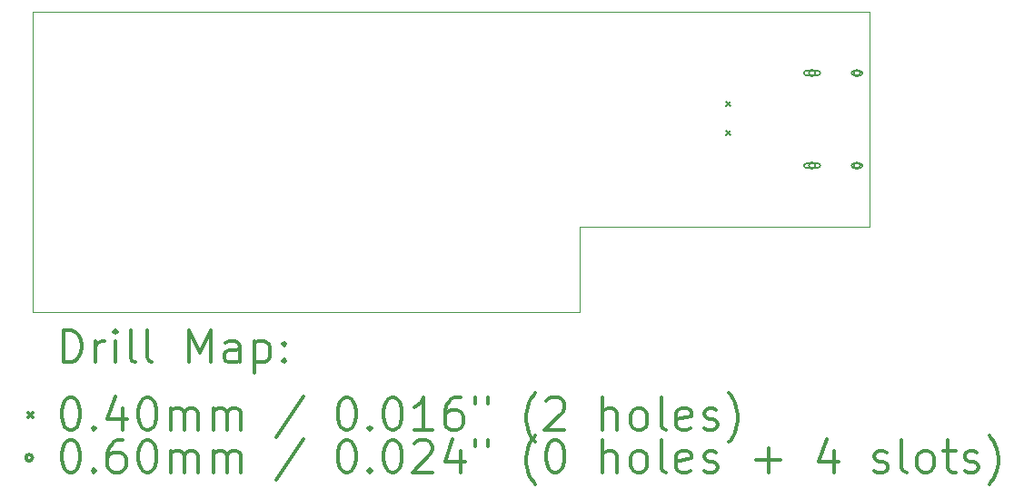
<source format=gbr>
%FSLAX45Y45*%
G04 Gerber Fmt 4.5, Leading zero omitted, Abs format (unit mm)*
G04 Created by KiCad (PCBNEW (5.1.5)-3) date 2021-11-01 10:22:50*
%MOMM*%
%LPD*%
G04 APERTURE LIST*
%TA.AperFunction,Profile*%
%ADD10C,0.050000*%
%TD*%
%ADD11C,0.200000*%
%ADD12C,0.300000*%
G04 APERTURE END LIST*
D10*
X5100000Y0D02*
X5100000Y100000D01*
X0Y0D02*
X5100000Y0D01*
X0Y100000D02*
X0Y0D01*
X0Y2800000D02*
X0Y100000D01*
X7800000Y2800000D02*
X0Y2800000D01*
X7800000Y800000D02*
X7800000Y2800000D01*
X5100000Y800000D02*
X7800000Y800000D01*
X5100000Y100000D02*
X5100000Y800000D01*
D11*
X6460000Y1965000D02*
X6500000Y1925000D01*
X6500000Y1965000D02*
X6460000Y1925000D01*
X6460000Y1695000D02*
X6500000Y1655000D01*
X6500000Y1695000D02*
X6460000Y1655000D01*
X7292000Y2232000D02*
G75*
G03X7292000Y2232000I-30000J0D01*
G01*
X7207000Y2212000D02*
X7317000Y2212000D01*
X7207000Y2252000D02*
X7317000Y2252000D01*
X7317000Y2212000D02*
G75*
G03X7317000Y2252000I0J20000D01*
G01*
X7207000Y2252000D02*
G75*
G03X7207000Y2212000I0J-20000D01*
G01*
X7292000Y1368000D02*
G75*
G03X7292000Y1368000I-30000J0D01*
G01*
X7207000Y1348000D02*
X7317000Y1348000D01*
X7207000Y1388000D02*
X7317000Y1388000D01*
X7317000Y1348000D02*
G75*
G03X7317000Y1388000I0J20000D01*
G01*
X7207000Y1388000D02*
G75*
G03X7207000Y1348000I0J-20000D01*
G01*
X7710000Y2232000D02*
G75*
G03X7710000Y2232000I-30000J0D01*
G01*
X7650000Y2212000D02*
X7710000Y2212000D01*
X7650000Y2252000D02*
X7710000Y2252000D01*
X7710000Y2212000D02*
G75*
G03X7710000Y2252000I0J20000D01*
G01*
X7650000Y2252000D02*
G75*
G03X7650000Y2212000I0J-20000D01*
G01*
X7710000Y1368000D02*
G75*
G03X7710000Y1368000I-30000J0D01*
G01*
X7650000Y1348000D02*
X7710000Y1348000D01*
X7650000Y1388000D02*
X7710000Y1388000D01*
X7710000Y1348000D02*
G75*
G03X7710000Y1388000I0J20000D01*
G01*
X7650000Y1388000D02*
G75*
G03X7650000Y1348000I0J-20000D01*
G01*
D12*
X283928Y-468214D02*
X283928Y-168214D01*
X355357Y-168214D01*
X398214Y-182500D01*
X426786Y-211071D01*
X441071Y-239643D01*
X455357Y-296786D01*
X455357Y-339643D01*
X441071Y-396786D01*
X426786Y-425357D01*
X398214Y-453929D01*
X355357Y-468214D01*
X283928Y-468214D01*
X583928Y-468214D02*
X583928Y-268214D01*
X583928Y-325357D02*
X598214Y-296786D01*
X612500Y-282500D01*
X641071Y-268214D01*
X669643Y-268214D01*
X769643Y-468214D02*
X769643Y-268214D01*
X769643Y-168214D02*
X755357Y-182500D01*
X769643Y-196786D01*
X783928Y-182500D01*
X769643Y-168214D01*
X769643Y-196786D01*
X955357Y-468214D02*
X926786Y-453929D01*
X912500Y-425357D01*
X912500Y-168214D01*
X1112500Y-468214D02*
X1083928Y-453929D01*
X1069643Y-425357D01*
X1069643Y-168214D01*
X1455357Y-468214D02*
X1455357Y-168214D01*
X1555357Y-382500D01*
X1655357Y-168214D01*
X1655357Y-468214D01*
X1926786Y-468214D02*
X1926786Y-311072D01*
X1912500Y-282500D01*
X1883928Y-268214D01*
X1826786Y-268214D01*
X1798214Y-282500D01*
X1926786Y-453929D02*
X1898214Y-468214D01*
X1826786Y-468214D01*
X1798214Y-453929D01*
X1783928Y-425357D01*
X1783928Y-396786D01*
X1798214Y-368214D01*
X1826786Y-353929D01*
X1898214Y-353929D01*
X1926786Y-339643D01*
X2069643Y-268214D02*
X2069643Y-568214D01*
X2069643Y-282500D02*
X2098214Y-268214D01*
X2155357Y-268214D01*
X2183928Y-282500D01*
X2198214Y-296786D01*
X2212500Y-325357D01*
X2212500Y-411071D01*
X2198214Y-439643D01*
X2183928Y-453929D01*
X2155357Y-468214D01*
X2098214Y-468214D01*
X2069643Y-453929D01*
X2341071Y-439643D02*
X2355357Y-453929D01*
X2341071Y-468214D01*
X2326786Y-453929D01*
X2341071Y-439643D01*
X2341071Y-468214D01*
X2341071Y-282500D02*
X2355357Y-296786D01*
X2341071Y-311072D01*
X2326786Y-296786D01*
X2341071Y-282500D01*
X2341071Y-311072D01*
X-42500Y-942500D02*
X-2500Y-982500D01*
X-2500Y-942500D02*
X-42500Y-982500D01*
X341071Y-798214D02*
X369643Y-798214D01*
X398214Y-812500D01*
X412500Y-826786D01*
X426786Y-855357D01*
X441071Y-912500D01*
X441071Y-983929D01*
X426786Y-1041071D01*
X412500Y-1069643D01*
X398214Y-1083929D01*
X369643Y-1098214D01*
X341071Y-1098214D01*
X312500Y-1083929D01*
X298214Y-1069643D01*
X283928Y-1041071D01*
X269643Y-983929D01*
X269643Y-912500D01*
X283928Y-855357D01*
X298214Y-826786D01*
X312500Y-812500D01*
X341071Y-798214D01*
X569643Y-1069643D02*
X583928Y-1083929D01*
X569643Y-1098214D01*
X555357Y-1083929D01*
X569643Y-1069643D01*
X569643Y-1098214D01*
X841071Y-898214D02*
X841071Y-1098214D01*
X769643Y-783929D02*
X698214Y-998214D01*
X883928Y-998214D01*
X1055357Y-798214D02*
X1083928Y-798214D01*
X1112500Y-812500D01*
X1126786Y-826786D01*
X1141071Y-855357D01*
X1155357Y-912500D01*
X1155357Y-983929D01*
X1141071Y-1041071D01*
X1126786Y-1069643D01*
X1112500Y-1083929D01*
X1083928Y-1098214D01*
X1055357Y-1098214D01*
X1026786Y-1083929D01*
X1012500Y-1069643D01*
X998214Y-1041071D01*
X983928Y-983929D01*
X983928Y-912500D01*
X998214Y-855357D01*
X1012500Y-826786D01*
X1026786Y-812500D01*
X1055357Y-798214D01*
X1283928Y-1098214D02*
X1283928Y-898214D01*
X1283928Y-926786D02*
X1298214Y-912500D01*
X1326786Y-898214D01*
X1369643Y-898214D01*
X1398214Y-912500D01*
X1412500Y-941071D01*
X1412500Y-1098214D01*
X1412500Y-941071D02*
X1426786Y-912500D01*
X1455357Y-898214D01*
X1498214Y-898214D01*
X1526786Y-912500D01*
X1541071Y-941071D01*
X1541071Y-1098214D01*
X1683928Y-1098214D02*
X1683928Y-898214D01*
X1683928Y-926786D02*
X1698214Y-912500D01*
X1726786Y-898214D01*
X1769643Y-898214D01*
X1798214Y-912500D01*
X1812500Y-941071D01*
X1812500Y-1098214D01*
X1812500Y-941071D02*
X1826786Y-912500D01*
X1855357Y-898214D01*
X1898214Y-898214D01*
X1926786Y-912500D01*
X1941071Y-941071D01*
X1941071Y-1098214D01*
X2526786Y-783929D02*
X2269643Y-1169643D01*
X2912500Y-798214D02*
X2941071Y-798214D01*
X2969643Y-812500D01*
X2983928Y-826786D01*
X2998214Y-855357D01*
X3012500Y-912500D01*
X3012500Y-983929D01*
X2998214Y-1041071D01*
X2983928Y-1069643D01*
X2969643Y-1083929D01*
X2941071Y-1098214D01*
X2912500Y-1098214D01*
X2883928Y-1083929D01*
X2869643Y-1069643D01*
X2855357Y-1041071D01*
X2841071Y-983929D01*
X2841071Y-912500D01*
X2855357Y-855357D01*
X2869643Y-826786D01*
X2883928Y-812500D01*
X2912500Y-798214D01*
X3141071Y-1069643D02*
X3155357Y-1083929D01*
X3141071Y-1098214D01*
X3126786Y-1083929D01*
X3141071Y-1069643D01*
X3141071Y-1098214D01*
X3341071Y-798214D02*
X3369643Y-798214D01*
X3398214Y-812500D01*
X3412500Y-826786D01*
X3426786Y-855357D01*
X3441071Y-912500D01*
X3441071Y-983929D01*
X3426786Y-1041071D01*
X3412500Y-1069643D01*
X3398214Y-1083929D01*
X3369643Y-1098214D01*
X3341071Y-1098214D01*
X3312500Y-1083929D01*
X3298214Y-1069643D01*
X3283928Y-1041071D01*
X3269643Y-983929D01*
X3269643Y-912500D01*
X3283928Y-855357D01*
X3298214Y-826786D01*
X3312500Y-812500D01*
X3341071Y-798214D01*
X3726786Y-1098214D02*
X3555357Y-1098214D01*
X3641071Y-1098214D02*
X3641071Y-798214D01*
X3612500Y-841071D01*
X3583928Y-869643D01*
X3555357Y-883929D01*
X3983928Y-798214D02*
X3926786Y-798214D01*
X3898214Y-812500D01*
X3883928Y-826786D01*
X3855357Y-869643D01*
X3841071Y-926786D01*
X3841071Y-1041071D01*
X3855357Y-1069643D01*
X3869643Y-1083929D01*
X3898214Y-1098214D01*
X3955357Y-1098214D01*
X3983928Y-1083929D01*
X3998214Y-1069643D01*
X4012500Y-1041071D01*
X4012500Y-969643D01*
X3998214Y-941071D01*
X3983928Y-926786D01*
X3955357Y-912500D01*
X3898214Y-912500D01*
X3869643Y-926786D01*
X3855357Y-941071D01*
X3841071Y-969643D01*
X4126786Y-798214D02*
X4126786Y-855357D01*
X4241071Y-798214D02*
X4241071Y-855357D01*
X4683928Y-1212500D02*
X4669643Y-1198214D01*
X4641071Y-1155357D01*
X4626786Y-1126786D01*
X4612500Y-1083929D01*
X4598214Y-1012500D01*
X4598214Y-955357D01*
X4612500Y-883929D01*
X4626786Y-841071D01*
X4641071Y-812500D01*
X4669643Y-769643D01*
X4683928Y-755357D01*
X4783928Y-826786D02*
X4798214Y-812500D01*
X4826786Y-798214D01*
X4898214Y-798214D01*
X4926786Y-812500D01*
X4941071Y-826786D01*
X4955357Y-855357D01*
X4955357Y-883929D01*
X4941071Y-926786D01*
X4769643Y-1098214D01*
X4955357Y-1098214D01*
X5312500Y-1098214D02*
X5312500Y-798214D01*
X5441071Y-1098214D02*
X5441071Y-941071D01*
X5426786Y-912500D01*
X5398214Y-898214D01*
X5355357Y-898214D01*
X5326786Y-912500D01*
X5312500Y-926786D01*
X5626786Y-1098214D02*
X5598214Y-1083929D01*
X5583928Y-1069643D01*
X5569643Y-1041071D01*
X5569643Y-955357D01*
X5583928Y-926786D01*
X5598214Y-912500D01*
X5626786Y-898214D01*
X5669643Y-898214D01*
X5698214Y-912500D01*
X5712500Y-926786D01*
X5726786Y-955357D01*
X5726786Y-1041071D01*
X5712500Y-1069643D01*
X5698214Y-1083929D01*
X5669643Y-1098214D01*
X5626786Y-1098214D01*
X5898214Y-1098214D02*
X5869643Y-1083929D01*
X5855357Y-1055357D01*
X5855357Y-798214D01*
X6126786Y-1083929D02*
X6098214Y-1098214D01*
X6041071Y-1098214D01*
X6012500Y-1083929D01*
X5998214Y-1055357D01*
X5998214Y-941071D01*
X6012500Y-912500D01*
X6041071Y-898214D01*
X6098214Y-898214D01*
X6126786Y-912500D01*
X6141071Y-941071D01*
X6141071Y-969643D01*
X5998214Y-998214D01*
X6255357Y-1083929D02*
X6283928Y-1098214D01*
X6341071Y-1098214D01*
X6369643Y-1083929D01*
X6383928Y-1055357D01*
X6383928Y-1041071D01*
X6369643Y-1012500D01*
X6341071Y-998214D01*
X6298214Y-998214D01*
X6269643Y-983929D01*
X6255357Y-955357D01*
X6255357Y-941071D01*
X6269643Y-912500D01*
X6298214Y-898214D01*
X6341071Y-898214D01*
X6369643Y-912500D01*
X6483928Y-1212500D02*
X6498214Y-1198214D01*
X6526786Y-1155357D01*
X6541071Y-1126786D01*
X6555357Y-1083929D01*
X6569643Y-1012500D01*
X6569643Y-955357D01*
X6555357Y-883929D01*
X6541071Y-841071D01*
X6526786Y-812500D01*
X6498214Y-769643D01*
X6483928Y-755357D01*
X-2500Y-1358500D02*
G75*
G03X-2500Y-1358500I-30000J0D01*
G01*
X341071Y-1194214D02*
X369643Y-1194214D01*
X398214Y-1208500D01*
X412500Y-1222786D01*
X426786Y-1251357D01*
X441071Y-1308500D01*
X441071Y-1379929D01*
X426786Y-1437071D01*
X412500Y-1465643D01*
X398214Y-1479929D01*
X369643Y-1494214D01*
X341071Y-1494214D01*
X312500Y-1479929D01*
X298214Y-1465643D01*
X283928Y-1437071D01*
X269643Y-1379929D01*
X269643Y-1308500D01*
X283928Y-1251357D01*
X298214Y-1222786D01*
X312500Y-1208500D01*
X341071Y-1194214D01*
X569643Y-1465643D02*
X583928Y-1479929D01*
X569643Y-1494214D01*
X555357Y-1479929D01*
X569643Y-1465643D01*
X569643Y-1494214D01*
X841071Y-1194214D02*
X783928Y-1194214D01*
X755357Y-1208500D01*
X741071Y-1222786D01*
X712500Y-1265643D01*
X698214Y-1322786D01*
X698214Y-1437071D01*
X712500Y-1465643D01*
X726786Y-1479929D01*
X755357Y-1494214D01*
X812500Y-1494214D01*
X841071Y-1479929D01*
X855357Y-1465643D01*
X869643Y-1437071D01*
X869643Y-1365643D01*
X855357Y-1337072D01*
X841071Y-1322786D01*
X812500Y-1308500D01*
X755357Y-1308500D01*
X726786Y-1322786D01*
X712500Y-1337072D01*
X698214Y-1365643D01*
X1055357Y-1194214D02*
X1083928Y-1194214D01*
X1112500Y-1208500D01*
X1126786Y-1222786D01*
X1141071Y-1251357D01*
X1155357Y-1308500D01*
X1155357Y-1379929D01*
X1141071Y-1437071D01*
X1126786Y-1465643D01*
X1112500Y-1479929D01*
X1083928Y-1494214D01*
X1055357Y-1494214D01*
X1026786Y-1479929D01*
X1012500Y-1465643D01*
X998214Y-1437071D01*
X983928Y-1379929D01*
X983928Y-1308500D01*
X998214Y-1251357D01*
X1012500Y-1222786D01*
X1026786Y-1208500D01*
X1055357Y-1194214D01*
X1283928Y-1494214D02*
X1283928Y-1294214D01*
X1283928Y-1322786D02*
X1298214Y-1308500D01*
X1326786Y-1294214D01*
X1369643Y-1294214D01*
X1398214Y-1308500D01*
X1412500Y-1337072D01*
X1412500Y-1494214D01*
X1412500Y-1337072D02*
X1426786Y-1308500D01*
X1455357Y-1294214D01*
X1498214Y-1294214D01*
X1526786Y-1308500D01*
X1541071Y-1337072D01*
X1541071Y-1494214D01*
X1683928Y-1494214D02*
X1683928Y-1294214D01*
X1683928Y-1322786D02*
X1698214Y-1308500D01*
X1726786Y-1294214D01*
X1769643Y-1294214D01*
X1798214Y-1308500D01*
X1812500Y-1337072D01*
X1812500Y-1494214D01*
X1812500Y-1337072D02*
X1826786Y-1308500D01*
X1855357Y-1294214D01*
X1898214Y-1294214D01*
X1926786Y-1308500D01*
X1941071Y-1337072D01*
X1941071Y-1494214D01*
X2526786Y-1179929D02*
X2269643Y-1565643D01*
X2912500Y-1194214D02*
X2941071Y-1194214D01*
X2969643Y-1208500D01*
X2983928Y-1222786D01*
X2998214Y-1251357D01*
X3012500Y-1308500D01*
X3012500Y-1379929D01*
X2998214Y-1437071D01*
X2983928Y-1465643D01*
X2969643Y-1479929D01*
X2941071Y-1494214D01*
X2912500Y-1494214D01*
X2883928Y-1479929D01*
X2869643Y-1465643D01*
X2855357Y-1437071D01*
X2841071Y-1379929D01*
X2841071Y-1308500D01*
X2855357Y-1251357D01*
X2869643Y-1222786D01*
X2883928Y-1208500D01*
X2912500Y-1194214D01*
X3141071Y-1465643D02*
X3155357Y-1479929D01*
X3141071Y-1494214D01*
X3126786Y-1479929D01*
X3141071Y-1465643D01*
X3141071Y-1494214D01*
X3341071Y-1194214D02*
X3369643Y-1194214D01*
X3398214Y-1208500D01*
X3412500Y-1222786D01*
X3426786Y-1251357D01*
X3441071Y-1308500D01*
X3441071Y-1379929D01*
X3426786Y-1437071D01*
X3412500Y-1465643D01*
X3398214Y-1479929D01*
X3369643Y-1494214D01*
X3341071Y-1494214D01*
X3312500Y-1479929D01*
X3298214Y-1465643D01*
X3283928Y-1437071D01*
X3269643Y-1379929D01*
X3269643Y-1308500D01*
X3283928Y-1251357D01*
X3298214Y-1222786D01*
X3312500Y-1208500D01*
X3341071Y-1194214D01*
X3555357Y-1222786D02*
X3569643Y-1208500D01*
X3598214Y-1194214D01*
X3669643Y-1194214D01*
X3698214Y-1208500D01*
X3712500Y-1222786D01*
X3726786Y-1251357D01*
X3726786Y-1279929D01*
X3712500Y-1322786D01*
X3541071Y-1494214D01*
X3726786Y-1494214D01*
X3983928Y-1294214D02*
X3983928Y-1494214D01*
X3912500Y-1179929D02*
X3841071Y-1394214D01*
X4026786Y-1394214D01*
X4126786Y-1194214D02*
X4126786Y-1251357D01*
X4241071Y-1194214D02*
X4241071Y-1251357D01*
X4683928Y-1608500D02*
X4669643Y-1594214D01*
X4641071Y-1551357D01*
X4626786Y-1522786D01*
X4612500Y-1479929D01*
X4598214Y-1408500D01*
X4598214Y-1351357D01*
X4612500Y-1279929D01*
X4626786Y-1237072D01*
X4641071Y-1208500D01*
X4669643Y-1165643D01*
X4683928Y-1151357D01*
X4855357Y-1194214D02*
X4883928Y-1194214D01*
X4912500Y-1208500D01*
X4926786Y-1222786D01*
X4941071Y-1251357D01*
X4955357Y-1308500D01*
X4955357Y-1379929D01*
X4941071Y-1437071D01*
X4926786Y-1465643D01*
X4912500Y-1479929D01*
X4883928Y-1494214D01*
X4855357Y-1494214D01*
X4826786Y-1479929D01*
X4812500Y-1465643D01*
X4798214Y-1437071D01*
X4783928Y-1379929D01*
X4783928Y-1308500D01*
X4798214Y-1251357D01*
X4812500Y-1222786D01*
X4826786Y-1208500D01*
X4855357Y-1194214D01*
X5312500Y-1494214D02*
X5312500Y-1194214D01*
X5441071Y-1494214D02*
X5441071Y-1337072D01*
X5426786Y-1308500D01*
X5398214Y-1294214D01*
X5355357Y-1294214D01*
X5326786Y-1308500D01*
X5312500Y-1322786D01*
X5626786Y-1494214D02*
X5598214Y-1479929D01*
X5583928Y-1465643D01*
X5569643Y-1437071D01*
X5569643Y-1351357D01*
X5583928Y-1322786D01*
X5598214Y-1308500D01*
X5626786Y-1294214D01*
X5669643Y-1294214D01*
X5698214Y-1308500D01*
X5712500Y-1322786D01*
X5726786Y-1351357D01*
X5726786Y-1437071D01*
X5712500Y-1465643D01*
X5698214Y-1479929D01*
X5669643Y-1494214D01*
X5626786Y-1494214D01*
X5898214Y-1494214D02*
X5869643Y-1479929D01*
X5855357Y-1451357D01*
X5855357Y-1194214D01*
X6126786Y-1479929D02*
X6098214Y-1494214D01*
X6041071Y-1494214D01*
X6012500Y-1479929D01*
X5998214Y-1451357D01*
X5998214Y-1337072D01*
X6012500Y-1308500D01*
X6041071Y-1294214D01*
X6098214Y-1294214D01*
X6126786Y-1308500D01*
X6141071Y-1337072D01*
X6141071Y-1365643D01*
X5998214Y-1394214D01*
X6255357Y-1479929D02*
X6283928Y-1494214D01*
X6341071Y-1494214D01*
X6369643Y-1479929D01*
X6383928Y-1451357D01*
X6383928Y-1437071D01*
X6369643Y-1408500D01*
X6341071Y-1394214D01*
X6298214Y-1394214D01*
X6269643Y-1379929D01*
X6255357Y-1351357D01*
X6255357Y-1337072D01*
X6269643Y-1308500D01*
X6298214Y-1294214D01*
X6341071Y-1294214D01*
X6369643Y-1308500D01*
X6741071Y-1379929D02*
X6969643Y-1379929D01*
X6855357Y-1494214D02*
X6855357Y-1265643D01*
X7469643Y-1294214D02*
X7469643Y-1494214D01*
X7398214Y-1179929D02*
X7326786Y-1394214D01*
X7512500Y-1394214D01*
X7841071Y-1479929D02*
X7869643Y-1494214D01*
X7926786Y-1494214D01*
X7955357Y-1479929D01*
X7969643Y-1451357D01*
X7969643Y-1437071D01*
X7955357Y-1408500D01*
X7926786Y-1394214D01*
X7883928Y-1394214D01*
X7855357Y-1379929D01*
X7841071Y-1351357D01*
X7841071Y-1337072D01*
X7855357Y-1308500D01*
X7883928Y-1294214D01*
X7926786Y-1294214D01*
X7955357Y-1308500D01*
X8141071Y-1494214D02*
X8112500Y-1479929D01*
X8098214Y-1451357D01*
X8098214Y-1194214D01*
X8298214Y-1494214D02*
X8269643Y-1479929D01*
X8255357Y-1465643D01*
X8241071Y-1437071D01*
X8241071Y-1351357D01*
X8255357Y-1322786D01*
X8269643Y-1308500D01*
X8298214Y-1294214D01*
X8341071Y-1294214D01*
X8369643Y-1308500D01*
X8383928Y-1322786D01*
X8398214Y-1351357D01*
X8398214Y-1437071D01*
X8383928Y-1465643D01*
X8369643Y-1479929D01*
X8341071Y-1494214D01*
X8298214Y-1494214D01*
X8483928Y-1294214D02*
X8598214Y-1294214D01*
X8526786Y-1194214D02*
X8526786Y-1451357D01*
X8541071Y-1479929D01*
X8569643Y-1494214D01*
X8598214Y-1494214D01*
X8683928Y-1479929D02*
X8712500Y-1494214D01*
X8769643Y-1494214D01*
X8798214Y-1479929D01*
X8812500Y-1451357D01*
X8812500Y-1437071D01*
X8798214Y-1408500D01*
X8769643Y-1394214D01*
X8726786Y-1394214D01*
X8698214Y-1379929D01*
X8683928Y-1351357D01*
X8683928Y-1337072D01*
X8698214Y-1308500D01*
X8726786Y-1294214D01*
X8769643Y-1294214D01*
X8798214Y-1308500D01*
X8912500Y-1608500D02*
X8926786Y-1594214D01*
X8955357Y-1551357D01*
X8969643Y-1522786D01*
X8983928Y-1479929D01*
X8998214Y-1408500D01*
X8998214Y-1351357D01*
X8983928Y-1279929D01*
X8969643Y-1237072D01*
X8955357Y-1208500D01*
X8926786Y-1165643D01*
X8912500Y-1151357D01*
M02*

</source>
